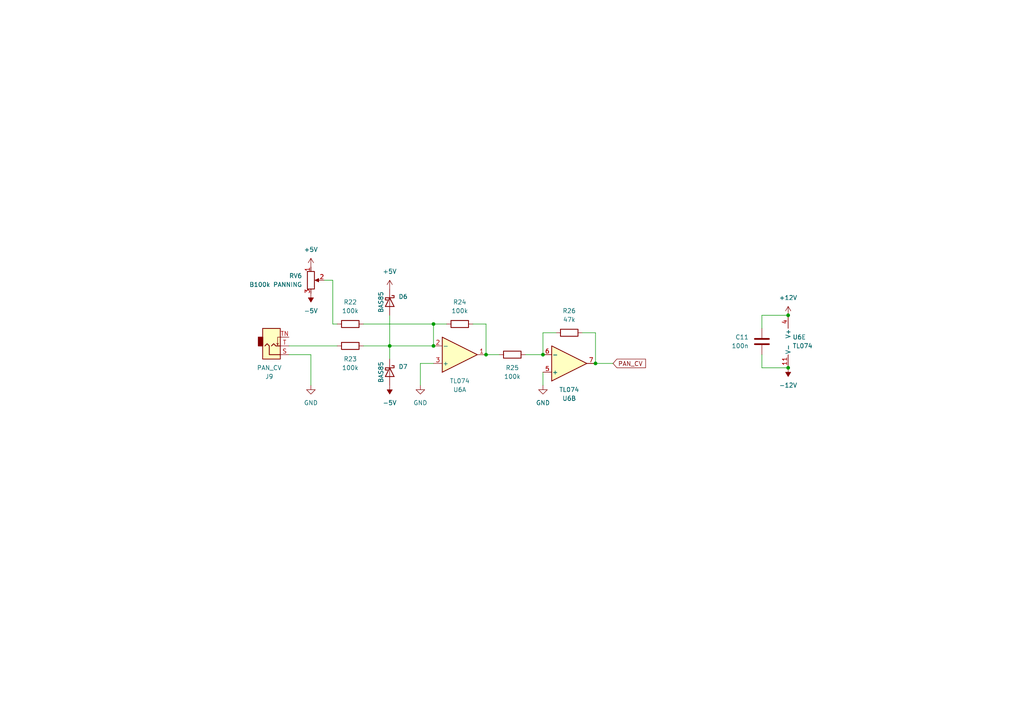
<source format=kicad_sch>
(kicad_sch (version 20211123) (generator eeschema)
  (paper "A4")
  (title_block (title "Polykit X1 Monosynth") (date "2022-11-22") (rev "v0.0.3") (company "Jan Knipper") (comment 1 "github.com/polykit"))
  (lib_symbols
    (symbol "Amplifier_Operational:TL074" (pin_names (offset 0.127))
      (property "Reference" "U" (at 0 5.08 0))
      (property "Value" "TL074" (at 0 -5.08 0))
      (symbol "TL074_1_1"
        (polyline (pts (xy -5.08 5.08) (xy 5.08 0) (xy -5.08 -5.08) (xy -5.08 5.08)) (stroke (width 0.254)) (fill (type background)))
        (pin output line (at 7.62 0 180) (length 2.54) (name "~") (number "1"))
        (pin input line (at -7.62 -2.54 0) (length 2.54) (name "-") (number "2"))
        (pin input line (at -7.62 2.54 0) (length 2.54) (name "+") (number "3"))
      )
      (symbol "TL074_2_1"
        (polyline (pts (xy -5.08 5.08) (xy 5.08 0) (xy -5.08 -5.08) (xy -5.08 5.08)) (stroke (width 0.254)) (fill (type background)))
        (pin input line (at -7.62 2.54 0) (length 2.54) (name "+") (number "5"))
        (pin input line (at -7.62 -2.54 0) (length 2.54) (name "-") (number "6"))
        (pin output line (at 7.62 0 180) (length 2.54) (name "~") (number "7"))
      )
      (symbol "TL074_3_1"
        (polyline (pts (xy -5.08 5.08) (xy 5.08 0) (xy -5.08 -5.08) (xy -5.08 5.08)) (stroke (width 0.254)) (fill (type background)))
        (pin input line (at -7.62 2.54 0) (length 2.54) (name "+") (number "10"))
        (pin output line (at 7.62 0 180) (length 2.54) (name "~") (number "8"))
        (pin input line (at -7.62 -2.54 0) (length 2.54) (name "-") (number "9"))
      )
      (symbol "TL074_4_1"
        (polyline (pts (xy -5.08 5.08) (xy 5.08 0) (xy -5.08 -5.08) (xy -5.08 5.08)) (stroke (width 0.254)) (fill (type background)))
        (pin input line (at -7.62 2.54 0) (length 2.54) (name "+") (number "12"))
        (pin input line (at -7.62 -2.54 0) (length 2.54) (name "-") (number "13"))
        (pin output line (at 7.62 0 180) (length 2.54) (name "~") (number "14"))
      )
      (symbol "TL074_5_1"
        (pin power_in line (at -2.54 -7.62 90) (length 3.81) (name "V-") (number "11"))
        (pin power_in line (at -2.54 7.62 270) (length 3.81) (name "V+") (number "4"))
      )
    )
    (symbol "Connector:AudioJack2_SwitchT"
      (property "Reference" "J" (at 0 8.89 0))
      (property "Value" "AudioJack2_SwitchT" (at 0 6.35 0))
      (symbol "AudioJack2_SwitchT_0_1"
        (rectangle (start -2.54 0) (end -3.81 -2.54) (stroke (width 0.254)) (fill (type outline)))
        (polyline (pts (xy 1.778 -0.254) (xy 2.032 -0.762)))
        (polyline (pts (xy 0 0) (xy 0.635 -0.635) (xy 1.27 0) (xy 2.54 0)) (stroke (width 0.254)))
        (polyline (pts (xy 2.54 -2.54) (xy 1.778 -2.54) (xy 1.778 -0.254) (xy 1.524 -0.762)))
        (polyline (pts (xy 2.54 2.54) (xy -0.635 2.54) (xy -0.635 0) (xy -1.27 -0.635) (xy -1.905 0)) (stroke (width 0.254)))
        (rectangle (start 2.54 3.81) (end -2.54 -5.08) (stroke (width 0.254)) (fill (type background)))
      )
      (symbol "AudioJack2_SwitchT_1_1"
        (pin passive line (at 5.08 2.54 180) (length 2.54) (name "~") (number "S"))
        (pin passive line (at 5.08 0 180) (length 2.54) (name "~") (number "T"))
        (pin passive line (at 5.08 -2.54 180) (length 2.54) (name "~") (number "TN"))
      )
    )
    (symbol "Device:C" (pin_numbers hide) (pin_names (offset 0.254))
      (property "Reference" "C" (at 0.635 2.54 0))
      (property "Value" "C" (at 0.635 -2.54 0))
      (symbol "C_0_1"
        (polyline (pts (xy -2.032 -0.762) (xy 2.032 -0.762)) (stroke (width 0.508)))
        (polyline (pts (xy -2.032 0.762) (xy 2.032 0.762)) (stroke (width 0.508)))
      )
      (symbol "C_1_1"
        (pin passive line (at 0 3.81 270) (length 2.794) (name "~") (number "1"))
        (pin passive line (at 0 -3.81 90) (length 2.794) (name "~") (number "2"))
      )
    )
    (symbol "Device:D_Schottky" (pin_numbers hide) (pin_names (offset 1.016) hide)
      (property "Reference" "D" (at 0 2.54 0))
      (property "Value" "D_Schottky" (at 0 -2.54 0))
      (symbol "D_Schottky_0_1"
        (polyline (pts (xy 1.27 0) (xy -1.27 0)))
        (polyline (pts (xy 1.27 1.27) (xy 1.27 -1.27) (xy -1.27 0) (xy 1.27 1.27)) (stroke (width 0.254)))
        (polyline (pts (xy -1.905 0.635) (xy -1.905 1.27) (xy -1.27 1.27) (xy -1.27 -1.27) (xy -0.635 -1.27) (xy -0.635 -0.635)) (stroke (width 0.254)))
      )
      (symbol "D_Schottky_1_1"
        (pin passive line (at -3.81 0 0) (length 2.54) (name "K") (number "1"))
        (pin passive line (at 3.81 0 180) (length 2.54) (name "A") (number "2"))
      )
    )
    (symbol "Device:R" (pin_numbers hide) (pin_names (offset 0))
      (property "Reference" "R" (at 2.032 0 90))
      (property "Value" "R" (at 0 0 90))
      (symbol "R_0_1"
        (rectangle (start -1.016 -2.54) (end 1.016 2.54) (stroke (width 0.254)))
      )
      (symbol "R_1_1"
        (pin passive line (at 0 3.81 270) (length 1.27) (name "~") (number "1"))
        (pin passive line (at 0 -3.81 90) (length 1.27) (name "~") (number "2"))
      )
    )
    (symbol "lfo-rescue:R_POT-Device" (pin_names (offset 1.016) hide)
      (property "Reference" "RV" (at -4.445 0 90))
      (property "Value" "R_POT-Device" (at -2.54 0 90))
      (symbol "R_POT-Device_0_1"
        (polyline (pts (xy 2.54 0) (xy 1.524 0)))
        (polyline (pts (xy 1.143 0) (xy 2.286 0.508) (xy 2.286 -0.508) (xy 1.143 0)) (fill (type outline)))
        (rectangle (start 1.016 2.54) (end -1.016 -2.54) (stroke (width 0.254)))
      )
      (symbol "R_POT-Device_1_1"
        (pin passive line (at 0 3.81 270) (length 1.27) (name "1") (number "1"))
        (pin passive line (at 3.81 0 180) (length 1.27) (name "2") (number "2"))
        (pin passive line (at 0 -3.81 90) (length 1.27) (name "3") (number "3"))
      )
    )
    (symbol "power:+12V" (power) (pin_names (offset 0))
      (property "Value" "+12V" (at 0 3.556 0))
      (symbol "+12V_0_1"
        (polyline (pts (xy -0.762 1.27) (xy 0 2.54)))
        (polyline (pts (xy 0 0) (xy 0 2.54)))
        (polyline (pts (xy 0 2.54) (xy 0.762 1.27)))
      )
      (symbol "+12V_1_1"
        (pin power_in line (at 0 0 90) (length 0) hide (name "+12V") (number "1"))
      )
    )
    (symbol "power:+5V" (power) (pin_names (offset 0))
      (property "Value" "+5V" (at 0 3.556 0))
      (symbol "+5V_0_1"
        (polyline (pts (xy -0.762 1.27) (xy 0 2.54)))
        (polyline (pts (xy 0 0) (xy 0 2.54)))
        (polyline (pts (xy 0 2.54) (xy 0.762 1.27)))
      )
      (symbol "+5V_1_1"
        (pin power_in line (at 0 0 90) (length 0) hide (name "+5V") (number "1"))
      )
    )
    (symbol "power:-12V" (power) (pin_names (offset 0))
      (property "Value" "-12V" (at 0 3.81 0))
      (symbol "-12V_0_0"
        (pin power_in line (at 0 0 90) (length 0) hide (name "-12V") (number "1"))
      )
      (symbol "-12V_0_1"
        (polyline (pts (xy 0 0) (xy 0 1.27) (xy 0.762 1.27) (xy 0 2.54) (xy -0.762 1.27) (xy 0 1.27)) (fill (type outline)))
      )
    )
    (symbol "power:-5V" (power) (pin_names (offset 0))
      (property "Value" "-5V" (at 0 3.81 0))
      (symbol "-5V_0_0"
        (pin power_in line (at 0 0 90) (length 0) hide (name "-5V") (number "1"))
      )
      (symbol "-5V_0_1"
        (polyline (pts (xy 0 0) (xy 0 1.27) (xy 0.762 1.27) (xy 0 2.54) (xy -0.762 1.27) (xy 0 1.27)) (fill (type outline)))
      )
    )
    (symbol "power:GND" (power) (pin_names (offset 0))
      (property "Value" "GND" (at 0 -3.81 0))
      (symbol "GND_0_1"
        (polyline (pts (xy 0 0) (xy 0 -1.27) (xy 1.27 -1.27) (xy 0 -2.54) (xy -1.27 -1.27) (xy 0 -1.27)))
      )
      (symbol "GND_1_1"
        (pin power_in line (at 0 0 270) (length 0) hide (name "GND") (number "1"))
      )
    )
  )
  (junction (at 172.72 105.41))
  (junction (at 228.6 106.68))
  (junction (at 125.73 93.98))
  (junction (at 140.97 102.87))
  (junction (at 113.03 100.33))
  (junction (at 157.48 102.87))
  (junction (at 125.73 100.33))
  (junction (at 228.6 91.44))
  (wire (pts (xy 140.97 102.87) (xy 144.78 102.87)))
  (wire (pts (xy 83.82 100.33) (xy 97.79 100.33)))
  (wire (pts (xy 105.41 93.98) (xy 125.73 93.98)))
  (wire (pts (xy 125.73 93.98) (xy 125.73 100.33)))
  (wire (pts (xy 121.92 105.41) (xy 121.92 111.76)))
  (wire (pts (xy 177.8 105.41) (xy 172.72 105.41)))
  (wire (pts (xy 121.92 105.41) (xy 125.73 105.41)))
  (wire (pts (xy 90.17 102.87) (xy 90.17 111.76)))
  (wire (pts (xy 172.72 96.52) (xy 172.72 105.41)))
  (wire (pts (xy 93.98 81.28) (xy 96.52 81.28)))
  (wire (pts (xy 113.03 100.33) (xy 113.03 104.14)))
  (wire (pts (xy 157.48 96.52) (xy 157.48 102.87)))
  (wire (pts (xy 105.41 100.33) (xy 113.03 100.33)))
  (wire (pts (xy 220.98 91.44) (xy 220.98 95.25)))
  (wire (pts (xy 113.03 100.33) (xy 125.73 100.33)))
  (wire (pts (xy 129.54 93.98) (xy 125.73 93.98)))
  (wire (pts (xy 152.4 102.87) (xy 157.48 102.87)))
  (wire (pts (xy 220.98 102.87) (xy 220.98 106.68)))
  (wire (pts (xy 140.97 93.98) (xy 140.97 102.87)))
  (wire (pts (xy 113.03 91.44) (xy 113.03 100.33)))
  (wire (pts (xy 168.91 96.52) (xy 172.72 96.52)))
  (wire (pts (xy 137.16 93.98) (xy 140.97 93.98)))
  (wire (pts (xy 220.98 106.68) (xy 228.6 106.68)))
  (wire (pts (xy 157.48 107.95) (xy 157.48 111.76)))
  (wire (pts (xy 96.52 93.98) (xy 97.79 93.98)))
  (wire (pts (xy 161.29 96.52) (xy 157.48 96.52)))
  (wire (pts (xy 220.98 91.44) (xy 228.6 91.44)))
  (wire (pts (xy 96.52 81.28) (xy 96.52 93.98)))
  (wire (pts (xy 83.82 102.87) (xy 90.17 102.87)))
  (global_label "PAN_CV" (shape input) (at 177.8 105.41 0) (property "Intersheet References" "${INTERSHEET_REFS}" (effects hide)))
  (symbol (lib_id "power:+5V") (at 90.17 77.47 0) (unit 1)
    (property "Reference" "#PWR037" (effects hide))
    (property "Value" "+5V" (at 90.17 72.39 0))
  )
  (symbol (lib_id "Device:R") (at 165.1 96.52 90) (unit 1)
    (property "Reference" "R26" (at 165.1 90.17 90))
    (property "Value" "47k" (at 165.1 92.71 90))
    (property "Footprint" "Resistor_SMD:R_1206_3216Metric_Pad1.30x1.75mm_HandSolder" (effects hide))
    (property "LCSC" "C25833" (effects hide))
  )
  (symbol (lib_id "Device:D_Schottky") (at 113.03 107.95 270) (unit 1)
    (property "Reference" "D7" (at 115.57 106.3624 90) (effects (justify left)))
    (property "Value" "BAS85" (at 110.49 107.95 0))
    (property "Footprint" "Diode_SMD:D_MiniMELF" (effects hide))
    (property "LCSC" "C46677" (effects hide))
  )
  (symbol (lib_id "power:+5V") (at 113.03 83.82 0) (unit 1)
    (property "Reference" "#PWR040" (effects hide))
    (property "Value" "+5V" (at 113.03 78.74 0))
  )
  (symbol (lib_id "power:GND") (at 121.92 111.76 0) (unit 1)
    (property "Reference" "#PWR042" (effects hide))
    (property "Value" "GND" (at 121.92 116.84 0))
  )
  (symbol (lib_id "power:+12V") (at 228.6 91.44 0) (unit 1)
    (property "Reference" "#PWR044" (effects hide))
    (property "Value" "+12V" (at 228.6 86.36 0))
  )
  (symbol (lib_id "power:GND") (at 90.17 111.76 0) (unit 1)
    (property "Reference" "#PWR039" (effects hide))
    (property "Value" "GND" (at 90.17 116.84 0))
  )
  (symbol (lib_id "lfo-rescue:R_POT-Device") (at 90.17 81.28 0) (unit 1)
    (property "Reference" "RV6" (at 87.63 80.0099 0) (effects (justify right)))
    (property "Value" "B100k PANNING" (at 87.63 82.5499 0) (effects (justify right)))
    (property "Footprint" "Potentiometer_THT:Potentiometer_Alpha_RD901F-40-00D_Single_Vertical_CircularHoles" (effects hide))
  )
  (symbol (lib_id "Device:D_Schottky") (at 113.03 87.63 270) (unit 1)
    (property "Reference" "D6" (at 115.57 86.0424 90) (effects (justify left)))
    (property "Value" "BAS85" (at 110.49 87.63 0))
    (property "Footprint" "Diode_SMD:D_MiniMELF" (effects hide))
    (property "LCSC" "C46677" (effects hide))
  )
  (symbol (lib_id "Device:R") (at 133.35 93.98 90) (unit 1)
    (property "Reference" "R24" (at 133.35 87.63 90))
    (property "Value" "100k" (at 133.35 90.17 90))
    (property "Footprint" "Resistor_SMD:R_1206_3216Metric_Pad1.30x1.75mm_HandSolder" (effects hide))
    (property "LCSC" "C17900" (effects hide))
  )
  (symbol (lib_id "Amplifier_Operational:TL074") (at 165.1 105.41 0) (mirror x) (unit 2)
    (property "Reference" "U6" (at 165.1 115.57 0))
    (property "Value" "TL074" (at 165.1 113.03 0))
    (property "Footprint" "Package_SO:SO-14_3.9x8.65mm_P1.27mm" (effects hide))
    (property "Datasheet" "http://www.ti.com/lit/ds/symlink/tl071.pdf" (effects hide))
    (property "LCSC" "C6963" (effects hide))
  )
  (symbol (lib_id "Device:R") (at 101.6 100.33 90) (unit 1)
    (property "Reference" "R23" (at 101.6 104.14 90))
    (property "Value" "100k" (at 101.6 106.68 90))
    (property "Footprint" "Resistor_SMD:R_1206_3216Metric_Pad1.30x1.75mm_HandSolder" (effects hide))
    (property "LCSC" "C17900" (effects hide))
  )
  (symbol (lib_id "power:-12V") (at 228.6 106.68 180) (unit 1)
    (property "Reference" "#PWR045" (effects hide))
    (property "Value" "-12V" (at 228.6 111.76 0))
  )
  (symbol (lib_id "Amplifier_Operational:TL074") (at 133.35 102.87 0) (mirror x) (unit 1)
    (property "Reference" "U6" (at 133.35 113.03 0))
    (property "Value" "TL074" (at 133.35 110.49 0))
    (property "Footprint" "Package_SO:SO-14_3.9x8.65mm_P1.27mm" (effects hide))
    (property "Datasheet" "http://www.ti.com/lit/ds/symlink/tl071.pdf" (effects hide))
    (property "LCSC" "C6963" (effects hide))
  )
  (symbol (lib_id "power:GND") (at 157.48 111.76 0) (unit 1)
    (property "Reference" "#PWR043" (effects hide))
    (property "Value" "GND" (at 157.48 116.84 0))
  )
  (symbol (lib_id "Device:R") (at 148.59 102.87 90) (unit 1)
    (property "Reference" "R25" (at 148.59 106.68 90))
    (property "Value" "100k" (at 148.59 109.22 90))
    (property "Footprint" "Resistor_SMD:R_1206_3216Metric_Pad1.30x1.75mm_HandSolder" (effects hide))
    (property "LCSC" "C17900" (effects hide))
  )
  (symbol (lib_id "Connector:AudioJack2_SwitchT") (at 78.74 100.33 0) (mirror x) (unit 1)
    (property "Reference" "J9" (at 78.105 109.22 0))
    (property "Value" "PAN_CV" (at 78.105 106.68 0))
    (property "Footprint" "Connector_Audio:Jack_3.5mm_QingPu_WQP-PJ398SM_Vertical_CircularHoles" (effects hide))
  )
  (symbol (lib_id "Device:C") (at 220.98 99.06 0) (unit 1)
    (property "Reference" "C11" (at 217.17 97.7899 0) (effects (justify right)))
    (property "Value" "100n" (at 217.17 100.3299 0) (effects (justify right)))
    (property "Footprint" "Capacitor_SMD:C_1206_3216Metric_Pad1.33x1.80mm_HandSolder" (effects hide))
    (property "LCSC" "C24497" (effects hide))
  )
  (symbol (lib_id "Amplifier_Operational:TL074") (at 231.14 99.06 0) (unit 5)
    (property "Reference" "U6" (at 229.87 97.7899 0) (effects (justify left)))
    (property "Value" "TL074" (at 229.87 100.3299 0) (effects (justify left)))
    (property "Footprint" "Package_SO:SO-14_3.9x8.65mm_P1.27mm" (effects hide))
    (property "Datasheet" "http://www.ti.com/lit/ds/symlink/tl071.pdf" (effects hide))
    (property "LCSC" "C6963" (effects hide))
  )
  (symbol (lib_id "power:-5V") (at 90.17 85.09 180) (unit 1)
    (property "Reference" "#PWR038" (effects hide))
    (property "Value" "-5V" (at 90.17 90.17 0))
  )
  (symbol (lib_id "power:-5V") (at 113.03 111.76 180) (unit 1)
    (property "Reference" "#PWR041" (effects hide))
    (property "Value" "-5V" (at 113.03 116.84 0))
  )
  (symbol (lib_id "Device:R") (at 101.6 93.98 90) (unit 1)
    (property "Reference" "R22" (at 101.6 87.63 90))
    (property "Value" "100k" (at 101.6 90.17 90))
    (property "Footprint" "Resistor_SMD:R_1206_3216Metric_Pad1.30x1.75mm_HandSolder" (effects hide))
    (property "LCSC" "C17900" (effects hide))
  )
)
</source>
